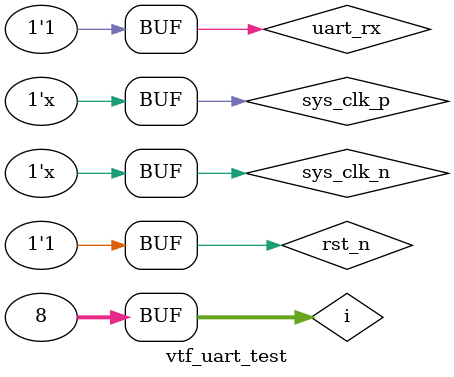
<source format=v>
`timescale 100ps / 1ps
module vtf_uart_test;
	// Inputs
	reg sys_clk_p;
    wire sys_clk_n;
	reg rst_n;
	reg uart_rx;

	// Outputs
    wire uart_tx;

	// Instantiate the Unit Under Test (UUT)
    uart_test uut (
        .sys_clk_p                  (sys_clk_p          ), 
        .sys_clk_n                  (sys_clk_n          ), 
        .rst_n                      (rst_n              ),
        .uart_rx                    (uart_rx            ),
        .uart_tx                    (uart_tx            )

    );

	initial begin
		// Initialize Inputs
		sys_clk_p = 0;
		rst_n = 0;

		// Wait 1000 ns for global reset to finish
		#1000;
          rst_n = 1;        
		// Add stimulus here
		#2000000;
      //  $stop;
	 end
   
     always #25 sys_clk_p = ~ sys_clk_p;   //5nsÒ»¸öÖÜÆÚ£¬²úÉú200MHzÊ±ÖÓÔ´
     assign sys_clk_n=~sys_clk_p;
   
    parameter                        BPS_115200 = 86800;//Ã¿¸ö±ÈÌØµÄÊ±¼ä
    parameter                        SEND_DATA = 8'b1010_0011;//      
    
    integer i = 0;
       
      initial begin
        uart_rx = 1'b1;    //bus idle
        #10000 uart_rx = 1'b0;     //stranmit start bit
        
        for (i=0;i<8;i=i+1)
        #BPS_115200 uart_rx = SEND_DATA[i];     //stranmit data bit
      
        #BPS_115200 uart_rx = 1'b0;     //stranmit stop bit
        #BPS_115200 uart_rx = 1'b1;     //bus idle
        
       end   
   	  
   	      
endmodule

</source>
